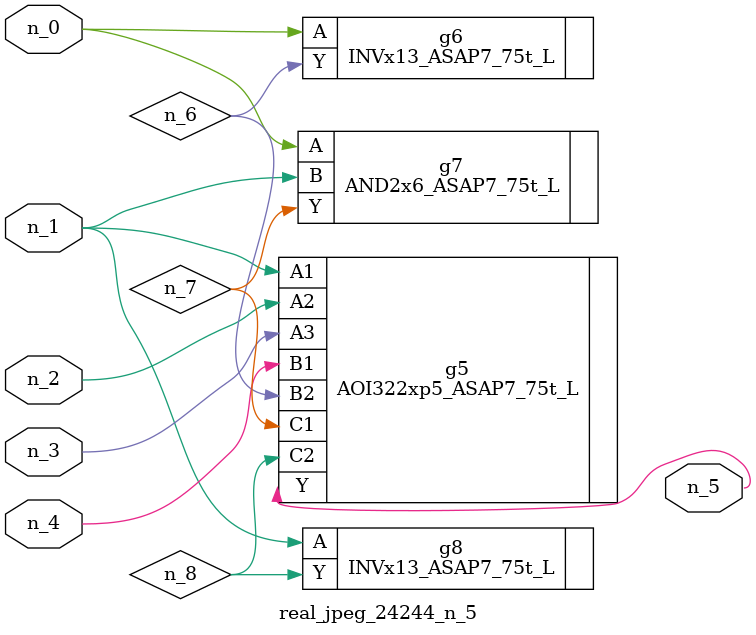
<source format=v>
module real_jpeg_24244_n_5 (n_4, n_0, n_1, n_2, n_3, n_5);

input n_4;
input n_0;
input n_1;
input n_2;
input n_3;

output n_5;

wire n_8;
wire n_6;
wire n_7;

INVx13_ASAP7_75t_L g6 ( 
.A(n_0),
.Y(n_6)
);

AND2x6_ASAP7_75t_L g7 ( 
.A(n_0),
.B(n_1),
.Y(n_7)
);

AOI322xp5_ASAP7_75t_L g5 ( 
.A1(n_1),
.A2(n_2),
.A3(n_3),
.B1(n_4),
.B2(n_6),
.C1(n_7),
.C2(n_8),
.Y(n_5)
);

INVx13_ASAP7_75t_L g8 ( 
.A(n_1),
.Y(n_8)
);


endmodule
</source>
